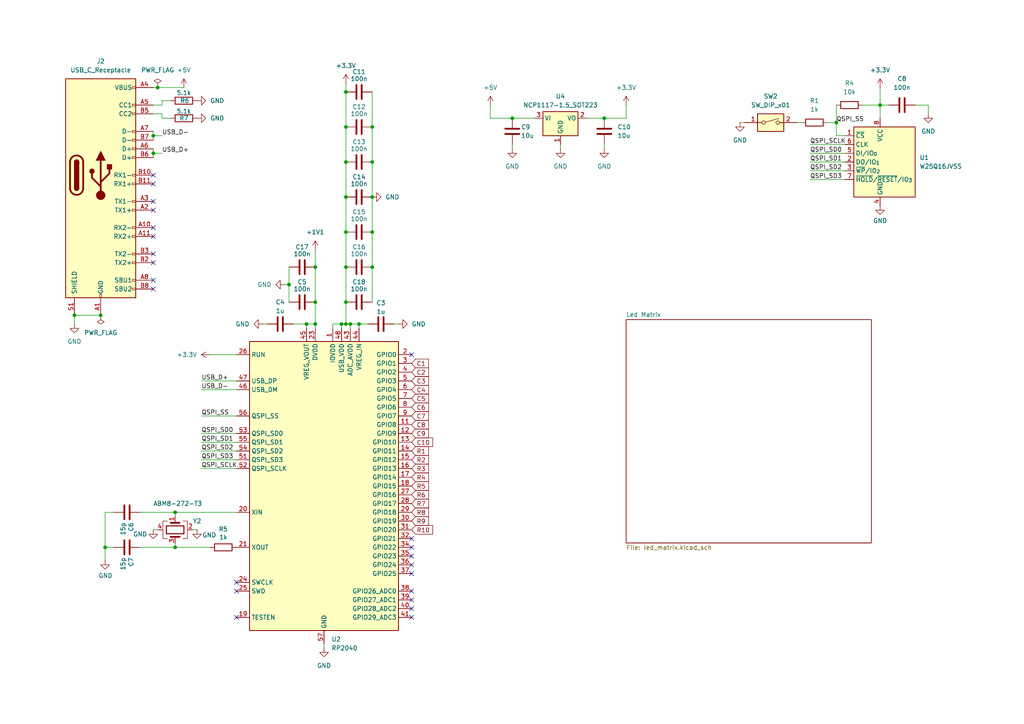
<source format=kicad_sch>
(kicad_sch (version 20250114) (generator "eeschema") (generator_version "9.0")
  (paper "A4")
  (lib_symbols
    (symbol "Connector:USB_C_Receptacle" (pin_names (offset 1.016))
      (property "Reference" "J" (at -10.16 29.21 0))
      (property "Value" "USB_C_Receptacle" (at 10.16 29.21 0))
      (symbol "USB_C_Receptacle_0_0"
        (rectangle (start -0.254 -35.56) (end 0.254 -34.544))
        (rectangle (start 10.16 25.654) (end 9.144 25.146))
        (rectangle (start 10.16 20.574) (end 9.144 20.066))
        (rectangle (start 10.16 18.034) (end 9.144 17.526))
        (rectangle (start 10.16 12.954) (end 9.144 12.446))
        (rectangle (start 10.16 10.414) (end 9.144 9.906))
        (rectangle (start 10.16 7.874) (end 9.144 7.366))
        (rectangle (start 10.16 5.334) (end 9.144 4.826))
        (rectangle (start 10.16 0.254) (end 9.144 -0.254))
        (rectangle (start 10.16 -2.286) (end 9.144 -2.794))
        (rectangle (start 10.16 -7.366) (end 9.144 -7.874))
        (rectangle (start 10.16 -9.906) (end 9.144 -10.414))
        (rectangle (start 10.16 -14.986) (end 9.144 -15.494))
        (rectangle (start 10.16 -17.526) (end 9.144 -18.034))
        (rectangle (start 10.16 -22.606) (end 9.144 -23.114))
        (rectangle (start 10.16 -25.146) (end 9.144 -25.654))
        (rectangle (start 10.16 -30.226) (end 9.144 -30.734))
        (rectangle (start 10.16 -32.766) (end 9.144 -33.274))
      )
      (symbol "USB_C_Receptacle_0_1"
        (rectangle (start -10.16 27.94) (end 10.16 -35.56) (stroke (width 0.254)) (fill (type background)))
        (polyline (pts (xy -8.89 -3.81) (xy -8.89 3.81)) (stroke (width 0.508)))
        (rectangle (start -7.62 -3.81) (end -6.35 3.81) (stroke (width 0.254)) (fill (type outline)))
        (arc (start -7.62 3.81) (mid -6.985 4.4423) (end -6.35 3.81) (stroke (width 0.254)))
        (arc (start -7.62 3.81) (mid -6.985 4.4423) (end -6.35 3.81) (stroke (width 0.254)) (fill (type outline)))
        (arc (start -8.89 3.81) (mid -6.985 5.7067) (end -5.08 3.81) (stroke (width 0.508)))
        (arc (start -5.08 -3.81) (mid -6.985 -5.7067) (end -8.89 -3.81) (stroke (width 0.508)))
        (arc (start -6.35 -3.81) (mid -6.985 -4.4423) (end -7.62 -3.81) (stroke (width 0.254)))
        (arc (start -6.35 -3.81) (mid -6.985 -4.4423) (end -7.62 -3.81) (stroke (width 0.254)) (fill (type outline)))
        (polyline (pts (xy -5.08 3.81) (xy -5.08 -3.81)) (stroke (width 0.508)))
      )
      (symbol "USB_C_Receptacle_1_1"
        (circle (center -2.54 1.143) (radius 0.635) (stroke (width 0.254)) (fill (type outline)))
        (polyline (pts (xy -1.27 4.318) (xy 0 6.858) (xy 1.27 4.318) (xy -1.27 4.318)) (stroke (width 0.254)) (fill (type outline)))
        (polyline (pts (xy 0 -2.032) (xy 2.54 0.508) (xy 2.54 1.778)) (stroke (width 0.508)))
        (polyline (pts (xy 0 -3.302) (xy -2.54 -0.762) (xy -2.54 0.508)) (stroke (width 0.508)))
        (polyline (pts (xy 0 -5.842) (xy 0 4.318)) (stroke (width 0.508)))
        (circle (center 0 -5.842) (radius 1.27) (fill (type outline)))
        (rectangle (start 1.905 1.778) (end 3.175 3.048) (stroke (width 0.254)) (fill (type outline)))
        (pin passive line (at -7.62 -40.64 90) (length 5.08) (name "SHIELD") (number "S1"))
        (pin passive line (at 0 -40.64 90) (length 5.08) (name "GND") (number "A1"))
        (pin passive line (at 0 -40.64 90) (length 5.08) (hide yes) (name "GND") (number "A12"))
        (pin passive line (at 0 -40.64 90) (length 5.08) (hide yes) (name "GND") (number "B1"))
        (pin passive line (at 0 -40.64 90) (length 5.08) (hide yes) (name "GND") (number "B12"))
        (pin passive line (at 15.24 25.4 180) (length 5.08) (name "VBUS") (number "A4"))
        (pin passive line (at 15.24 25.4 180) (length 5.08) (hide yes) (name "VBUS") (number "A9"))
        (pin passive line (at 15.24 25.4 180) (length 5.08) (hide yes) (name "VBUS") (number "B4"))
        (pin passive line (at 15.24 25.4 180) (length 5.08) (hide yes) (name "VBUS") (number "B9"))
        (pin bidirectional line (at 15.24 20.32 180) (length 5.08) (name "CC1") (number "A5"))
        (pin bidirectional line (at 15.24 17.78 180) (length 5.08) (name "CC2") (number "B5"))
        (pin bidirectional line (at 15.24 12.7 180) (length 5.08) (name "D-") (number "A7"))
        (pin bidirectional line (at 15.24 10.16 180) (length 5.08) (name "D-") (number "B7"))
        (pin bidirectional line (at 15.24 7.62 180) (length 5.08) (name "D+") (number "A6"))
        (pin bidirectional line (at 15.24 5.08 180) (length 5.08) (name "D+") (number "B6"))
        (pin bidirectional line (at 15.24 0 180) (length 5.08) (name "RX1-") (number "B10"))
        (pin bidirectional line (at 15.24 -2.54 180) (length 5.08) (name "RX1+") (number "B11"))
        (pin bidirectional line (at 15.24 -7.62 180) (length 5.08) (name "TX1-") (number "A3"))
        (pin bidirectional line (at 15.24 -10.16 180) (length 5.08) (name "TX1+") (number "A2"))
        (pin bidirectional line (at 15.24 -15.24 180) (length 5.08) (name "RX2-") (number "A10"))
        (pin bidirectional line (at 15.24 -17.78 180) (length 5.08) (name "RX2+") (number "A11"))
        (pin bidirectional line (at 15.24 -22.86 180) (length 5.08) (name "TX2-") (number "B3"))
        (pin bidirectional line (at 15.24 -25.4 180) (length 5.08) (name "TX2+") (number "B2"))
        (pin bidirectional line (at 15.24 -30.48 180) (length 5.08) (name "SBU1") (number "A8"))
        (pin bidirectional line (at 15.24 -33.02 180) (length 5.08) (name "SBU2") (number "B8"))
      )
    )
    (symbol "Device:C" (pin_numbers (hide yes)) (pin_names (offset 0.254))
      (property "Reference" "C" (at 0.635 2.54 0))
      (property "Value" "C" (at 0.635 -2.54 0))
      (symbol "C_0_1"
        (polyline (pts (xy -2.032 0.762) (xy 2.032 0.762)) (stroke (width 0.508)))
        (polyline (pts (xy -2.032 -0.762) (xy 2.032 -0.762)) (stroke (width 0.508)))
      )
      (symbol "C_1_1"
        (pin passive line (at 0 3.81 270) (length 2.794) (name "~") (number "1"))
        (pin passive line (at 0 -3.81 90) (length 2.794) (name "~") (number "2"))
      )
    )
    (symbol "Device:Crystal_GND24" (pin_names (offset 1.016) (hide yes))
      (property "Reference" "Y" (at 3.175 5.08 0))
      (property "Value" "Crystal_GND24" (at 3.175 3.175 0))
      (symbol "Crystal_GND24_0_1"
        (polyline (pts (xy -2.54 2.286) (xy -2.54 3.556) (xy 2.54 3.556) (xy 2.54 2.286)))
        (polyline (pts (xy -2.54 0) (xy -2.032 0)))
        (polyline (pts (xy -2.54 -2.286) (xy -2.54 -3.556) (xy 2.54 -3.556) (xy 2.54 -2.286)))
        (polyline (pts (xy -2.032 -1.27) (xy -2.032 1.27)) (stroke (width 0.508)))
        (rectangle (start -1.143 2.54) (end 1.143 -2.54) (stroke (width 0.3048)))
        (polyline (pts (xy 0 3.556) (xy 0 3.81)))
        (polyline (pts (xy 0 -3.81) (xy 0 -3.556)))
        (polyline (pts (xy 2.032 0) (xy 2.54 0)))
        (polyline (pts (xy 2.032 -1.27) (xy 2.032 1.27)) (stroke (width 0.508)))
      )
      (symbol "Crystal_GND24_1_1"
        (pin passive line (at -3.81 0 0) (length 1.27) (name "1") (number "1"))
        (pin passive line (at 0 5.08 270) (length 1.27) (name "2") (number "2"))
        (pin passive line (at 0 -5.08 90) (length 1.27) (name "4") (number "4"))
        (pin passive line (at 3.81 0 180) (length 1.27) (name "3") (number "3"))
      )
    )
    (symbol "Device:R" (pin_numbers (hide yes)) (pin_names (offset 0))
      (property "Reference" "R" (at 2.032 0 90))
      (property "Value" "R" (at 0 0 90))
      (symbol "R_0_1"
        (rectangle (start -1.016 -2.54) (end 1.016 2.54) (stroke (width 0.254)))
      )
      (symbol "R_1_1"
        (pin passive line (at 0 3.81 270) (length 1.27) (name "~") (number "1"))
        (pin passive line (at 0 -3.81 90) (length 1.27) (name "~") (number "2"))
      )
    )
    (symbol "MCU_RaspberryPi:RP2040"
      (property "Reference" "U" (at 17.78 45.72 0))
      (property "Value" "RP2040" (at 17.78 43.18 0))
      (symbol "RP2040_0_1"
        (rectangle (start -21.59 41.91) (end 21.59 -41.91) (stroke (width 0.254)) (fill (type background)))
      )
      (symbol "RP2040_1_1"
        (pin input line (at -25.4 38.1 0) (length 3.81) (name "RUN") (number "26"))
        (pin bidirectional line (at -25.4 30.48 0) (length 3.81) (name "USB_DP") (number "47"))
        (pin bidirectional line (at -25.4 27.94 0) (length 3.81) (name "USB_DM") (number "46"))
        (pin bidirectional line (at -25.4 20.32 0) (length 3.81) (name "QSPI_SS") (number "56"))
        (pin bidirectional line (at -25.4 15.24 0) (length 3.81) (name "QSPI_SD0") (number "53"))
        (pin bidirectional line (at -25.4 12.7 0) (length 3.81) (name "QSPI_SD1") (number "55"))
        (pin bidirectional line (at -25.4 10.16 0) (length 3.81) (name "QSPI_SD2") (number "54"))
        (pin bidirectional line (at -25.4 7.62 0) (length 3.81) (name "QSPI_SD3") (number "51"))
        (pin output line (at -25.4 5.08 0) (length 3.81) (name "QSPI_SCLK") (number "52"))
        (pin input line (at -25.4 -7.62 0) (length 3.81) (name "XIN") (number "20"))
        (pin passive line (at -25.4 -17.78 0) (length 3.81) (name "XOUT") (number "21"))
        (pin input line (at -25.4 -27.94 0) (length 3.81) (name "SWCLK") (number "24"))
        (pin bidirectional line (at -25.4 -30.48 0) (length 3.81) (name "SWD") (number "25"))
        (pin input line (at -25.4 -38.1 0) (length 3.81) (name "TESTEN") (number "19"))
        (pin power_out line (at -5.08 45.72 270) (length 3.81) (name "VREG_VOUT") (number "45"))
        (pin power_in line (at -2.54 45.72 270) (length 3.81) (name "DVDD") (number "23"))
        (pin passive line (at -2.54 45.72 270) (length 3.81) (hide yes) (name "DVDD") (number "50"))
        (pin power_in line (at 0 -45.72 90) (length 3.81) (name "GND") (number "57"))
        (pin power_in line (at 2.54 45.72 270) (length 3.81) (name "IOVDD") (number "1"))
        (pin passive line (at 2.54 45.72 270) (length 3.81) (hide yes) (name "IOVDD") (number "10"))
        (pin passive line (at 2.54 45.72 270) (length 3.81) (hide yes) (name "IOVDD") (number "22"))
        (pin passive line (at 2.54 45.72 270) (length 3.81) (hide yes) (name "IOVDD") (number "33"))
        (pin passive line (at 2.54 45.72 270) (length 3.81) (hide yes) (name "IOVDD") (number "42"))
        (pin passive line (at 2.54 45.72 270) (length 3.81) (hide yes) (name "IOVDD") (number "49"))
        (pin power_in line (at 5.08 45.72 270) (length 3.81) (name "USB_VDD") (number "48"))
        (pin power_in line (at 7.62 45.72 270) (length 3.81) (name "ADC_AVDD") (number "43"))
        (pin power_in line (at 10.16 45.72 270) (length 3.81) (name "VREG_IN") (number "44"))
        (pin bidirectional line (at 25.4 38.1 180) (length 3.81) (name "GPIO0") (number "2"))
        (pin bidirectional line (at 25.4 35.56 180) (length 3.81) (name "GPIO1") (number "3"))
        (pin bidirectional line (at 25.4 33.02 180) (length 3.81) (name "GPIO2") (number "4"))
        (pin bidirectional line (at 25.4 30.48 180) (length 3.81) (name "GPIO3") (number "5"))
        (pin bidirectional line (at 25.4 27.94 180) (length 3.81) (name "GPIO4") (number "6"))
        (pin bidirectional line (at 25.4 25.4 180) (length 3.81) (name "GPIO5") (number "7"))
        (pin bidirectional line (at 25.4 22.86 180) (length 3.81) (name "GPIO6") (number "8"))
        (pin bidirectional line (at 25.4 20.32 180) (length 3.81) (name "GPIO7") (number "9"))
        (pin bidirectional line (at 25.4 17.78 180) (length 3.81) (name "GPIO8") (number "11"))
        (pin bidirectional line (at 25.4 15.24 180) (length 3.81) (name "GPIO9") (number "12"))
        (pin bidirectional line (at 25.4 12.7 180) (length 3.81) (name "GPIO10") (number "13"))
        (pin bidirectional line (at 25.4 10.16 180) (length 3.81) (name "GPIO11") (number "14"))
        (pin bidirectional line (at 25.4 7.62 180) (length 3.81) (name "GPIO12") (number "15"))
        (pin bidirectional line (at 25.4 5.08 180) (length 3.81) (name "GPIO13") (number "16"))
        (pin bidirectional line (at 25.4 2.54 180) (length 3.81) (name "GPIO14") (number "17"))
        (pin bidirectional line (at 25.4 0 180) (length 3.81) (name "GPIO15") (number "18"))
        (pin bidirectional line (at 25.4 -2.54 180) (length 3.81) (name "GPIO16") (number "27"))
        (pin bidirectional line (at 25.4 -5.08 180) (length 3.81) (name "GPIO17") (number "28"))
        (pin bidirectional line (at 25.4 -7.62 180) (length 3.81) (name "GPIO18") (number "29"))
        (pin bidirectional line (at 25.4 -10.16 180) (length 3.81) (name "GPIO19") (number "30"))
        (pin bidirectional line (at 25.4 -12.7 180) (length 3.81) (name "GPIO20") (number "31"))
        (pin bidirectional line (at 25.4 -15.24 180) (length 3.81) (name "GPIO21") (number "32"))
        (pin bidirectional line (at 25.4 -17.78 180) (length 3.81) (name "GPIO22") (number "34"))
        (pin bidirectional line (at 25.4 -20.32 180) (length 3.81) (name "GPIO23") (number "35"))
        (pin bidirectional line (at 25.4 -22.86 180) (length 3.81) (name "GPIO24") (number "36"))
        (pin bidirectional line (at 25.4 -25.4 180) (length 3.81) (name "GPIO25") (number "37"))
        (pin bidirectional line (at 25.4 -30.48 180) (length 3.81) (name "GPIO26_ADC0") (number "38"))
        (pin bidirectional line (at 25.4 -33.02 180) (length 3.81) (name "GPIO27_ADC1") (number "39"))
        (pin bidirectional line (at 25.4 -35.56 180) (length 3.81) (name "GPIO28_ADC2") (number "40"))
        (pin bidirectional line (at 25.4 -38.1 180) (length 3.81) (name "GPIO29_ADC3") (number "41"))
      )
    )
    (symbol "Memory_Flash:W25Q16JVSS"
      (property "Reference" "U" (at -6.35 11.43 0))
      (property "Value" "W25Q16JVSS" (at 7.62 11.43 0))
      (symbol "W25Q16JVSS_0_1"
        (rectangle (start -7.62 10.16) (end 10.16 -10.16) (stroke (width 0.254)) (fill (type background)))
      )
      (symbol "W25Q16JVSS_1_1"
        (pin input line (at -10.16 7.62 0) (length 2.54) (name "~{CS}") (number "1"))
        (pin input line (at -10.16 5.08 0) (length 2.54) (name "CLK") (number "6"))
        (pin bidirectional line (at -10.16 2.54 0) (length 2.54) (name "DI/IO_{0}") (number "5"))
        (pin bidirectional line (at -10.16 0 0) (length 2.54) (name "DO/IO_{1}") (number "2"))
        (pin bidirectional line (at -10.16 -2.54 0) (length 2.54) (name "~{WP}/IO_{2}") (number "3"))
        (pin bidirectional line (at -10.16 -5.08 0) (length 2.54) (name "~{HOLD}/~{RESET}/IO_{3}") (number "7"))
        (pin power_in line (at 0 12.7 270) (length 2.54) (name "VCC") (number "8"))
        (pin power_in line (at 0 -12.7 90) (length 2.54) (name "GND") (number "4"))
      )
    )
    (symbol "Regulator_Linear:NCP1117-1.5_SOT223"
      (property "Reference" "U" (at -3.81 3.175 0))
      (property "Value" "NCP1117-1.5_SOT223" (at 0 3.175 0))
      (symbol "NCP1117-1.5_SOT223_0_1"
        (rectangle (start -5.08 -5.08) (end 5.08 1.905) (stroke (width 0.254)) (fill (type background)))
      )
      (symbol "NCP1117-1.5_SOT223_1_1"
        (pin power_in line (at -7.62 0 0) (length 2.54) (name "VI") (number "3"))
        (pin power_in line (at 0 -7.62 90) (length 2.54) (name "GND") (number "1"))
        (pin power_out line (at 7.62 0 180) (length 2.54) (name "VO") (number "2"))
      )
    )
    (symbol "Switch:SW_DIP_x01" (pin_names (offset 0) (hide yes))
      (property "Reference" "SW" (at 0 3.81 0))
      (property "Value" "SW_DIP_x01" (at 0 -3.81 0))
      (symbol "SW_DIP_x01_0_0"
        (circle (center -2.032 0) (radius 0.508))
        (polyline (pts (xy -1.524 0.127) (xy 2.3622 1.1684)))
        (circle (center 2.032 0) (radius 0.508))
      )
      (symbol "SW_DIP_x01_0_1"
        (rectangle (start -3.81 2.54) (end 3.81 -2.54) (stroke (width 0.254)) (fill (type background)))
      )
      (symbol "SW_DIP_x01_1_1"
        (pin passive line (at -7.62 0 0) (length 5.08) (name "~") (number "1"))
        (pin passive line (at 7.62 0 180) (length 5.08) (name "~") (number "2"))
      )
    )
    (symbol "power:+1V1" (power) (pin_numbers (hide yes)) (pin_names (offset 0) (hide yes))
      (property "Value" "+1V1" (at 0 3.556 0))
      (symbol "+1V1_0_1"
        (polyline (pts (xy -0.762 1.27) (xy 0 2.54)))
        (polyline (pts (xy 0 2.54) (xy 0.762 1.27)))
        (polyline (pts (xy 0 0) (xy 0 2.54)))
      )
      (symbol "+1V1_1_1"
        (pin power_in line (at 0 0 90) (length 0) (name "~") (number "1"))
      )
    )
    (symbol "power:+3.3V" (power) (pin_numbers (hide yes)) (pin_names (offset 0) (hide yes))
      (property "Value" "+3.3V" (at 0 3.556 0))
      (symbol "+3.3V_0_1"
        (polyline (pts (xy -0.762 1.27) (xy 0 2.54)))
        (polyline (pts (xy 0 2.54) (xy 0.762 1.27)))
        (polyline (pts (xy 0 0) (xy 0 2.54)))
      )
      (symbol "+3.3V_1_1"
        (pin power_in line (at 0 0 90) (length 0) (name "~") (number "1"))
      )
    )
    (symbol "power:+5V" (power) (pin_numbers (hide yes)) (pin_names (offset 0) (hide yes))
      (property "Value" "+5V" (at 0 3.556 0))
      (symbol "+5V_0_1"
        (polyline (pts (xy -0.762 1.27) (xy 0 2.54)))
        (polyline (pts (xy 0 2.54) (xy 0.762 1.27)))
        (polyline (pts (xy 0 0) (xy 0 2.54)))
      )
      (symbol "+5V_1_1"
        (pin power_in line (at 0 0 90) (length 0) (name "~") (number "1"))
      )
    )
    (symbol "power:GND" (power) (pin_numbers (hide yes)) (pin_names (offset 0) (hide yes))
      (property "Value" "GND" (at 0 -3.81 0))
      (symbol "GND_0_1"
        (polyline (pts (xy 0 0) (xy 0 -1.27) (xy 1.27 -1.27) (xy 0 -2.54) (xy -1.27 -1.27) (xy 0 -1.27)))
      )
      (symbol "GND_1_1"
        (pin power_in line (at 0 0 270) (length 0) (name "~") (number "1"))
      )
    )
    (symbol "power:PWR_FLAG" (power) (pin_numbers (hide yes)) (pin_names (offset 0) (hide yes))
      (property "Value" "PWR_FLAG" (at 0 3.81 0))
      (symbol "PWR_FLAG_0_0"
        (pin power_out line (at 0 0 90) (length 0) (name "~") (number "1"))
      )
      (symbol "PWR_FLAG_0_1"
        (polyline (pts (xy 0 0) (xy 0 1.27) (xy -1.016 1.905) (xy 0 2.54) (xy 1.016 1.905) (xy 0 1.27)))
      )
    )
  )
  (junction (at 83.82 82.55))
  (junction (at 148.59 34.29))
  (junction (at 101.6 93.98))
  (junction (at 100.33 87.63))
  (junction (at 50.8 148.59))
  (junction (at 91.44 93.98))
  (junction (at 91.44 77.47))
  (junction (at 100.33 57.15))
  (junction (at 45.72 25.4))
  (junction (at 100.33 67.31))
  (junction (at 88.9 93.98))
  (junction (at 100.33 26.67))
  (junction (at 107.95 36.83))
  (junction (at 107.95 57.15))
  (junction (at 91.44 87.63))
  (junction (at 99.06 93.98))
  (junction (at 100.33 93.98))
  (junction (at 175.26 34.29))
  (junction (at 242.57 35.56))
  (junction (at 255.27 30.48))
  (junction (at 44.45 44.45))
  (junction (at 44.45 39.37))
  (junction (at 30.48 158.75))
  (junction (at 100.33 46.99))
  (junction (at 21.59 91.44))
  (junction (at 107.95 77.47))
  (junction (at 107.95 46.99))
  (junction (at 100.33 36.83))
  (junction (at 104.14 93.98))
  (junction (at 50.8 158.75))
  (junction (at 29.21 91.44))
  (junction (at 107.95 67.31))
  (junction (at 100.33 77.47))
  (no_connect (at 44.45 76.2))
  (no_connect (at 119.38 173.99))
  (no_connect (at 44.45 53.34))
  (no_connect (at 119.38 171.45))
  (no_connect (at 68.58 171.45))
  (no_connect (at 119.38 179.07))
  (no_connect (at 68.58 179.07))
  (no_connect (at 119.38 102.87))
  (no_connect (at 119.38 158.75))
  (no_connect (at 68.58 168.91))
  (no_connect (at 44.45 58.42))
  (no_connect (at 119.38 163.83))
  (no_connect (at 44.45 50.8))
  (no_connect (at 119.38 156.21))
  (no_connect (at 44.45 81.28))
  (no_connect (at 119.38 176.53))
  (no_connect (at 44.45 73.66))
  (no_connect (at 44.45 60.96))
  (no_connect (at 44.45 68.58))
  (no_connect (at 119.38 166.37))
  (no_connect (at 44.45 83.82))
  (no_connect (at 119.38 161.29))
  (no_connect (at 44.45 66.04))
  (wire (pts (xy 58.42 113.03) (xy 68.58 113.03)))
  (wire (pts (xy 44.45 38.1) (xy 44.45 39.37)))
  (wire (pts (xy 255.27 30.48) (xy 257.81 30.48)))
  (wire (pts (xy 100.33 87.63) (xy 100.33 93.98)))
  (wire (pts (xy 234.95 52.07) (xy 245.11 52.07)))
  (wire (pts (xy 21.59 91.44) (xy 21.59 93.98)))
  (wire (pts (xy 44.45 30.48) (xy 46.99 30.48)))
  (wire (pts (xy 58.42 120.65) (xy 68.58 120.65)))
  (wire (pts (xy 40.64 158.75) (xy 50.8 158.75)))
  (wire (pts (xy 55.88 153.67) (xy 57.15 153.67)))
  (wire (pts (xy 107.95 87.63) (xy 107.95 77.47)))
  (wire (pts (xy 175.26 41.91) (xy 175.26 43.18)))
  (wire (pts (xy 30.48 148.59) (xy 30.48 158.75)))
  (wire (pts (xy 250.19 30.48) (xy 255.27 30.48)))
  (wire (pts (xy 107.95 77.47) (xy 107.95 67.31)))
  (wire (pts (xy 96.52 93.98) (xy 96.52 95.25)))
  (wire (pts (xy 148.59 41.91) (xy 148.59 43.18)))
  (wire (pts (xy 148.59 34.29) (xy 154.94 34.29)))
  (wire (pts (xy 30.48 158.75) (xy 30.48 162.56)))
  (wire (pts (xy 104.14 93.98) (xy 104.14 95.25)))
  (wire (pts (xy 85.09 93.98) (xy 88.9 93.98)))
  (wire (pts (xy 175.26 34.29) (xy 181.61 34.29)))
  (wire (pts (xy 100.33 57.15) (xy 100.33 67.31)))
  (wire (pts (xy 234.95 44.45) (xy 245.11 44.45)))
  (wire (pts (xy 40.64 148.59) (xy 50.8 148.59)))
  (wire (pts (xy 83.82 87.63) (xy 83.82 82.55)))
  (wire (pts (xy 162.56 41.91) (xy 162.56 43.18)))
  (wire (pts (xy 58.42 135.89) (xy 68.58 135.89)))
  (wire (pts (xy 232.41 35.56) (xy 231.14 35.56)))
  (wire (pts (xy 91.44 87.63) (xy 91.44 93.98)))
  (wire (pts (xy 46.99 29.21) (xy 49.53 29.21)))
  (wire (pts (xy 60.96 102.87) (xy 68.58 102.87)))
  (wire (pts (xy 101.6 93.98) (xy 101.6 95.25)))
  (wire (pts (xy 50.8 158.75) (xy 60.96 158.75)))
  (wire (pts (xy 100.33 93.98) (xy 101.6 93.98)))
  (wire (pts (xy 58.42 128.27) (xy 68.58 128.27)))
  (wire (pts (xy 240.03 35.56) (xy 242.57 35.56)))
  (wire (pts (xy 45.72 25.4) (xy 53.34 25.4)))
  (wire (pts (xy 82.55 82.55) (xy 83.82 82.55)))
  (wire (pts (xy 46.99 44.45) (xy 44.45 44.45)))
  (wire (pts (xy 50.8 157.48) (xy 50.8 158.75)))
  (wire (pts (xy 107.95 46.99) (xy 107.95 57.15)))
  (wire (pts (xy 33.02 148.59) (xy 30.48 148.59)))
  (wire (pts (xy 269.24 30.48) (xy 269.24 33.02)))
  (wire (pts (xy 100.33 24.13) (xy 100.33 26.67)))
  (wire (pts (xy 21.59 91.44) (xy 29.21 91.44)))
  (wire (pts (xy 100.33 36.83) (xy 100.33 46.99)))
  (wire (pts (xy 44.45 44.45) (xy 44.45 45.72)))
  (wire (pts (xy 58.42 133.35) (xy 68.58 133.35)))
  (wire (pts (xy 99.06 93.98) (xy 99.06 95.25)))
  (wire (pts (xy 107.95 26.67) (xy 107.95 36.83)))
  (wire (pts (xy 88.9 93.98) (xy 91.44 93.98)))
  (wire (pts (xy 88.9 95.25) (xy 88.9 93.98)))
  (wire (pts (xy 242.57 35.56) (xy 242.57 39.37)))
  (wire (pts (xy 58.42 130.81) (xy 68.58 130.81)))
  (wire (pts (xy 96.52 93.98) (xy 99.06 93.98)))
  (wire (pts (xy 265.43 30.48) (xy 269.24 30.48)))
  (wire (pts (xy 107.95 36.83) (xy 107.95 46.99)))
  (wire (pts (xy 44.45 44.45) (xy 44.45 43.18)))
  (wire (pts (xy 170.18 34.29) (xy 175.26 34.29)))
  (wire (pts (xy 93.98 186.69) (xy 93.98 187.96)))
  (wire (pts (xy 44.45 153.67) (xy 45.72 153.67)))
  (wire (pts (xy 100.33 46.99) (xy 100.33 57.15)))
  (wire (pts (xy 44.45 33.02) (xy 46.99 33.02)))
  (wire (pts (xy 104.14 93.98) (xy 106.68 93.98)))
  (wire (pts (xy 101.6 93.98) (xy 104.14 93.98)))
  (wire (pts (xy 242.57 30.48) (xy 242.57 35.56)))
  (wire (pts (xy 91.44 77.47) (xy 91.44 87.63)))
  (wire (pts (xy 45.72 25.4) (xy 44.45 25.4)))
  (wire (pts (xy 50.8 148.59) (xy 68.58 148.59)))
  (wire (pts (xy 107.95 67.31) (xy 107.95 57.15)))
  (wire (pts (xy 91.44 93.98) (xy 91.44 95.25)))
  (wire (pts (xy 215.9 35.56) (xy 214.63 35.56)))
  (wire (pts (xy 234.95 49.53) (xy 245.11 49.53)))
  (wire (pts (xy 255.27 30.48) (xy 255.27 34.29)))
  (wire (pts (xy 44.45 40.64) (xy 44.45 39.37)))
  (wire (pts (xy 58.42 125.73) (xy 68.58 125.73)))
  (wire (pts (xy 115.57 93.98) (xy 114.3 93.98)))
  (wire (pts (xy 181.61 30.48) (xy 181.61 34.29)))
  (wire (pts (xy 234.95 46.99) (xy 245.11 46.99)))
  (wire (pts (xy 91.44 72.39) (xy 91.44 77.47)))
  (wire (pts (xy 242.57 39.37) (xy 245.11 39.37)))
  (wire (pts (xy 46.99 34.29) (xy 49.53 34.29)))
  (wire (pts (xy 99.06 93.98) (xy 100.33 93.98)))
  (wire (pts (xy 234.95 41.91) (xy 245.11 41.91)))
  (wire (pts (xy 33.02 158.75) (xy 30.48 158.75)))
  (wire (pts (xy 255.27 25.4) (xy 255.27 30.48)))
  (wire (pts (xy 46.99 33.02) (xy 46.99 34.29)))
  (wire (pts (xy 142.24 34.29) (xy 148.59 34.29)))
  (wire (pts (xy 100.33 26.67) (xy 100.33 36.83)))
  (wire (pts (xy 100.33 77.47) (xy 100.33 87.63)))
  (wire (pts (xy 142.24 30.48) (xy 142.24 34.29)))
  (wire (pts (xy 58.42 110.49) (xy 68.58 110.49)))
  (wire (pts (xy 50.8 149.86) (xy 50.8 148.59)))
  (wire (pts (xy 100.33 67.31) (xy 100.33 77.47)))
  (wire (pts (xy 44.45 39.37) (xy 46.99 39.37)))
  (wire (pts (xy 76.2 93.98) (xy 77.47 93.98)))
  (wire (pts (xy 46.99 30.48) (xy 46.99 29.21)))
  (wire (pts (xy 83.82 77.47) (xy 83.82 82.55)))
  (label "USB_D-" (at 58.42 113.03 0))
  (label "QSPI_SD2" (at 58.42 130.81 0))
  (label "QSPI_SCLK" (at 234.95 41.91 0))
  (label "QSPI_SS" (at 242.57 35.56 0))
  (label "QSPI_SD2" (at 234.95 49.53 0))
  (label "QSPI_SCLK" (at 58.42 135.89 0))
  (label "QSPI_SD3" (at 234.95 52.07 0))
  (label "QSPI_SD1" (at 58.42 128.27 0))
  (label "QSPI_SS" (at 58.42 120.65 0))
  (label "QSPI_SD1" (at 234.95 46.99 0))
  (label "USB_D+" (at 46.99 44.45 0))
  (label "USB_D-" (at 46.99 39.37 0))
  (label "QSPI_SD0" (at 58.42 125.73 0))
  (label "USB_D+" (at 58.42 110.49 0))
  (label "QSPI_SD3" (at 58.42 133.35 0))
  (label "QSPI_SD0" (at 234.95 44.45 0))
  (global_label "R9" (shape input) (at 119.38 151.13 0) (property "Intersheetrefs" "${INTERSHEET_REFS}" (effects (hide yes))))
  (global_label "C8" (shape input) (at 119.38 123.19 0) (property "Intersheetrefs" "${INTERSHEET_REFS}" (effects (hide yes))))
  (global_label "R8" (shape input) (at 119.38 148.59 0) (property "Intersheetrefs" "${INTERSHEET_REFS}" (effects (hide yes))))
  (global_label "C5" (shape input) (at 119.38 115.57 0) (property "Intersheetrefs" "${INTERSHEET_REFS}" (effects (hide yes))))
  (global_label "C7" (shape input) (at 119.38 120.65 0) (property "Intersheetrefs" "${INTERSHEET_REFS}" (effects (hide yes))))
  (global_label "R4" (shape input) (at 119.38 138.43 0) (property "Intersheetrefs" "${INTERSHEET_REFS}" (effects (hide yes))))
  (global_label "R5" (shape input) (at 119.38 140.97 0) (property "Intersheetrefs" "${INTERSHEET_REFS}" (effects (hide yes))))
  (global_label "C3" (shape input) (at 119.38 110.49 0) (property "Intersheetrefs" "${INTERSHEET_REFS}" (effects (hide yes))))
  (global_label "C6" (shape input) (at 119.38 118.11 0) (property "Intersheetrefs" "${INTERSHEET_REFS}" (effects (hide yes))))
  (global_label "R1" (shape input) (at 119.38 130.81 0) (property "Intersheetrefs" "${INTERSHEET_REFS}" (effects (hide yes))))
  (global_label "C4" (shape input) (at 119.38 113.03 0) (property "Intersheetrefs" "${INTERSHEET_REFS}" (effects (hide yes))))
  (global_label "R2" (shape input) (at 119.38 133.35 0) (property "Intersheetrefs" "${INTERSHEET_REFS}" (effects (hide yes))))
  (global_label "R7" (shape input) (at 119.38 146.05 0) (property "Intersheetrefs" "${INTERSHEET_REFS}" (effects (hide yes))))
  (global_label "C1" (shape input) (at 119.38 105.41 0) (property "Intersheetrefs" "${INTERSHEET_REFS}" (effects (hide yes))))
  (global_label "R10" (shape input) (at 119.38 153.67 0) (property "Intersheetrefs" "${INTERSHEET_REFS}" (effects (hide yes))))
  (global_label "C10" (shape input) (at 119.38 128.27 0) (property "Intersheetrefs" "${INTERSHEET_REFS}" (effects (hide yes))))
  (global_label "R3" (shape input) (at 119.38 135.89 0) (property "Intersheetrefs" "${INTERSHEET_REFS}" (effects (hide yes))))
  (global_label "C2" (shape input) (at 119.38 107.95 0) (property "Intersheetrefs" "${INTERSHEET_REFS}" (effects (hide yes))))
  (global_label "C9" (shape input) (at 119.38 125.73 0) (property "Intersheetrefs" "${INTERSHEET_REFS}" (effects (hide yes))))
  (global_label "R6" (shape input) (at 119.38 143.51 0) (property "Intersheetrefs" "${INTERSHEET_REFS}" (effects (hide yes))))
  (symbol (lib_id "power:GND") (at 93.98 187.96 0) (unit 1)
    (property "Reference" "#PWR05" (effects (hide yes)))
    (property "Value" "GND" (at 93.98 193.04 0))
    (property "Description" "Power symbol creates a global label with name \"GND\" , ground" (effects (hide yes)))
  )
  (symbol (lib_id "Device:C") (at 175.26 38.1 0) (unit 1)
    (property "Reference" "C10" (at 179.07 36.8299 0) (effects (justify left)))
    (property "Value" "10u" (at 179.07 39.3699 0) (effects (justify left)))
    (property "Footprint" "Capacitor_SMD:C_0603_1608Metric" (effects (hide yes)))
    (property "Description" "Unpolarized capacitor" (effects (hide yes)))
  )
  (symbol (lib_id "Device:C") (at 36.83 148.59 270) (unit 1)
    (property "Reference" "C6" (at 37.9984 151.511 0) (effects (justify left)))
    (property "Value" "15p" (at 35.687 151.511 0) (effects (justify left)))
    (property "Footprint" "Capacitor_SMD:C_0603_1608Metric" (effects (hide yes)))
  )
  (symbol (lib_id "power:GND") (at 214.63 35.56 0) (unit 1)
    (property "Reference" "#PWR016" (effects (hide yes)))
    (property "Value" "GND" (at 214.63 40.64 0))
    (property "Description" "Power symbol creates a global label with name \"GND\" , ground" (effects (hide yes)))
  )
  (symbol (lib_id "Device:C") (at 104.14 87.63 90) (unit 1)
    (property "Reference" "C18" (at 104.14 81.788 90))
    (property "Value" "100n" (at 104.14 83.82 90))
    (property "Footprint" "Capacitor_SMD:C_0603_1608Metric" (effects (hide yes)))
    (property "Description" "Unpolarized capacitor" (effects (hide yes)))
  )
  (symbol (lib_id "power:+3.3V") (at 181.61 30.48 0) (unit 1)
    (property "Reference" "#PWR025" (effects (hide yes)))
    (property "Value" "+3.3V" (at 181.61 25.4 0))
    (property "Description" "Power symbol creates a global label with name \"+3.3V\"" (effects (hide yes)))
  )
  (symbol (lib_id "Device:C") (at 104.14 67.31 90) (unit 1)
    (property "Reference" "C15" (at 104.14 61.468 90))
    (property "Value" "100n" (at 104.14 63.5 90))
    (property "Footprint" "Capacitor_SMD:C_0603_1608Metric" (effects (hide yes)))
    (property "Description" "Unpolarized capacitor" (effects (hide yes)))
  )
  (symbol (lib_id "Device:C") (at 104.14 26.67 90) (unit 1)
    (property "Reference" "C11" (at 104.14 20.828 90))
    (property "Value" "100n" (at 104.14 22.86 90))
    (property "Footprint" "Capacitor_SMD:C_0603_1608Metric" (effects (hide yes)))
    (property "Description" "Unpolarized capacitor" (effects (hide yes)))
  )
  (symbol (lib_id "Memory_Flash:W25Q16JVSS") (at 255.27 46.99 0) (unit 1)
    (property "Reference" "U1" (at 266.7 45.7199 0) (effects (justify left)))
    (property "Value" "W25Q16JVSS" (at 266.7 48.2599 0) (effects (justify left)))
    (property "Footprint" "Package_SO:SOIC-8_5.3x5.3mm_P1.27mm" (effects (hide yes)))
    (property "Datasheet" "https://www.winbond.com/hq/support/documentation/levelOne.jsp?__locale=en&DocNo=DA00-W25Q16JV.1" (effects (hide yes)))
    (property "Description" "16Mbit / 2MiB Serial Flash Memory, Standard/Dual/Quad SPI, 2.7-3.6V, SOIC-8 (208 mil)" (effects (hide yes)))
  )
  (symbol (lib_id "power:+5V") (at 53.34 25.4 0) (unit 1)
    (property "Reference" "#PWR02" (effects (hide yes)))
    (property "Value" "+5V" (at 53.34 20.32 0))
    (property "Description" "Power symbol creates a global label with name \"+5V\"" (effects (hide yes)))
  )
  (symbol (lib_id "Device:R") (at 53.34 34.29 90) (unit 1)
    (property "Reference" "R7" (at 53.34 34.29 90))
    (property "Value" "5.1k" (at 53.34 32.258 90))
    (property "Footprint" "Resistor_SMD:R_0603_1608Metric" (effects (hide yes)))
    (property "Description" "Resistor" (effects (hide yes)))
  )
  (symbol (lib_id "power:GND") (at 175.26 43.18 0) (unit 1)
    (property "Reference" "#PWR022" (effects (hide yes)))
    (property "Value" "GND" (at 175.26 48.26 0))
    (property "Description" "Power symbol creates a global label with name \"GND\" , ground" (effects (hide yes)))
  )
  (symbol (lib_id "Device:Crystal_GND24") (at 50.8 153.67 270) (unit 1)
    (property "Reference" "Y2" (at 55.88 151.13 90) (effects (justify left)))
    (property "Value" "ABM8-272-T3" (at 44.45 146.05 90) (effects (justify left)))
    (property "Footprint" "Crystal:Crystal_SMD_3225-4Pin_3.2x2.5mm" (effects (hide yes)))
  )
  (symbol (lib_id "Device:C") (at 104.14 77.47 90) (unit 1)
    (property "Reference" "C16" (at 104.14 71.628 90))
    (property "Value" "100n" (at 104.14 73.66 90))
    (property "Footprint" "Capacitor_SMD:C_0603_1608Metric" (effects (hide yes)))
    (property "Description" "Unpolarized capacitor" (effects (hide yes)))
  )
  (symbol (lib_id "power:GND") (at 82.55 82.55 270) (unit 1)
    (property "Reference" "#PWR06" (effects (hide yes)))
    (property "Value" "GND" (at 78.74 82.5499 90) (effects (justify right)))
    (property "Description" "Power symbol creates a global label with name \"GND\" , ground" (effects (hide yes)))
  )
  (symbol (lib_id "Device:C") (at 104.14 57.15 90) (unit 1)
    (property "Reference" "C14" (at 104.14 51.308 90))
    (property "Value" "100n" (at 104.14 53.34 90))
    (property "Footprint" "Capacitor_SMD:C_0603_1608Metric" (effects (hide yes)))
    (property "Description" "Unpolarized capacitor" (effects (hide yes)))
  )
  (symbol (lib_id "Device:R") (at 236.22 35.56 90) (unit 1)
    (property "Reference" "R1" (at 236.22 29.21 90))
    (property "Value" "1k" (at 236.22 31.75 90))
    (property "Footprint" "Resistor_SMD:R_0603_1608Metric" (effects (hide yes)))
    (property "Description" "Resistor" (effects (hide yes)))
  )
  (symbol (lib_id "Device:C") (at 104.14 36.83 90) (unit 1)
    (property "Reference" "C12" (at 104.14 30.988 90))
    (property "Value" "100n" (at 104.14 33.02 90))
    (property "Footprint" "Capacitor_SMD:C_0603_1608Metric" (effects (hide yes)))
    (property "Description" "Unpolarized capacitor" (effects (hide yes)))
  )
  (symbol (lib_id "power:GND") (at 30.48 162.56 0) (unit 1)
    (property "Reference" "#PWR013" (effects (hide yes)))
    (property "Value" "GND" (at 30.607 166.9542 0))
  )
  (symbol (lib_id "Device:C") (at 87.63 87.63 90) (unit 1)
    (property "Reference" "C5" (at 87.63 81.788 90))
    (property "Value" "100n" (at 87.63 83.82 90))
    (property "Footprint" "Capacitor_SMD:C_0603_1608Metric" (effects (hide yes)))
    (property "Description" "Unpolarized capacitor" (effects (hide yes)))
  )
  (symbol (lib_id "Device:R") (at 53.34 29.21 90) (unit 1)
    (property "Reference" "R6" (at 53.594 29.21 90))
    (property "Value" "5.1k" (at 53.34 26.924 90))
    (property "Footprint" "Resistor_SMD:R_0603_1608Metric" (effects (hide yes)))
    (property "Description" "Resistor" (effects (hide yes)))
  )
  (symbol (lib_id "power:+1V1") (at 91.44 72.39 0) (unit 1)
    (property "Reference" "#PWR08" (effects (hide yes)))
    (property "Value" "+1V1" (at 91.44 67.31 0))
    (property "Description" "Power symbol creates a global label with name \"+1V1\"" (effects (hide yes)))
  )
  (symbol (lib_id "power:GND") (at 255.27 59.69 0) (unit 1)
    (property "Reference" "#PWR014" (effects (hide yes)))
    (property "Value" "GND" (at 255.27 64.008 0))
    (property "Description" "Power symbol creates a global label with name \"GND\" , ground" (effects (hide yes)))
  )
  (symbol (lib_id "power:GND") (at 57.15 29.21 90) (unit 1)
    (property "Reference" "#PWR019" (effects (hide yes)))
    (property "Value" "GND" (at 60.96 29.2099 90) (effects (justify right)))
    (property "Description" "Power symbol creates a global label with name \"GND\" , ground" (effects (hide yes)))
  )
  (symbol (lib_id "power:GND") (at 57.15 34.29 90) (unit 1)
    (property "Reference" "#PWR018" (effects (hide yes)))
    (property "Value" "GND" (at 60.96 34.2899 90) (effects (justify right)))
    (property "Description" "Power symbol creates a global label with name \"GND\" , ground" (effects (hide yes)))
  )
  (symbol (lib_id "Device:C") (at 261.62 30.48 270) (unit 1)
    (property "Reference" "C8" (at 261.62 22.86 90))
    (property "Value" "100n" (at 261.62 25.4 90))
    (property "Footprint" "Capacitor_SMD:C_0603_1608Metric" (effects (hide yes)))
    (property "Description" "Unpolarized capacitor" (effects (hide yes)))
  )
  (symbol (lib_id "Device:C") (at 81.28 93.98 90) (unit 1)
    (property "Reference" "C4" (at 81.28 87.63 90))
    (property "Value" "1u" (at 81.28 90.17 90))
    (property "Footprint" "Capacitor_SMD:C_0603_1608Metric" (effects (hide yes)))
    (property "Description" "Unpolarized capacitor" (effects (hide yes)))
  )
  (symbol (lib_id "power:GND") (at 44.45 153.67 0) (unit 1)
    (property "Reference" "#PWR026" (effects (hide yes)))
    (property "Value" "GND" (at 40.64 154.94 0))
  )
  (symbol (lib_id "Switch:SW_DIP_x01") (at 223.52 35.56 0) (unit 1)
    (property "Reference" "SW2" (at 223.52 27.94 0))
    (property "Value" "SW_DIP_x01" (at 223.52 30.48 0))
    (property "Footprint" "Button_Switch_SMD:SW_DIP_SPSTx01_Slide_6.7x4.1mm_W6.73mm_P2.54mm_LowProfile_JPin" (effects (hide yes)))
    (property "Description" "1x DIP Switch, Single Pole Single Throw (SPST) switch, small symbol" (effects (hide yes)))
  )
  (symbol (lib_id "power:+5V") (at 142.24 30.48 0) (unit 1)
    (property "Reference" "#PWR024" (effects (hide yes)))
    (property "Value" "+5V" (at 142.24 25.4 0))
    (property "Description" "Power symbol creates a global label with name \"+5V\"" (effects (hide yes)))
  )
  (symbol (lib_id "power:PWR_FLAG") (at 45.72 25.4 0) (unit 1)
    (property "Reference" "#FLG01" (effects (hide yes)))
    (property "Value" "PWR_FLAG" (at 45.72 20.32 0))
    (property "Description" "Special symbol for telling ERC where power comes from" (effects (hide yes)))
  )
  (symbol (lib_id "Device:R") (at 64.77 158.75 270) (unit 1)
    (property "Reference" "R5" (at 64.77 153.4922 90))
    (property "Value" "1k" (at 64.77 155.8036 90))
    (property "Footprint" "Resistor_SMD:R_0603_1608Metric" (effects (hide yes)))
  )
  (symbol (lib_id "Device:R") (at 246.38 30.48 90) (unit 1)
    (property "Reference" "R4" (at 246.38 24.13 90))
    (property "Value" "10k" (at 246.38 26.67 90))
    (property "Footprint" "Resistor_SMD:R_0603_1608Metric" (effects (hide yes)))
    (property "Description" "Resistor" (effects (hide yes)))
  )
  (symbol (lib_id "power:GND") (at 148.59 43.18 0) (unit 1)
    (property "Reference" "#PWR023" (effects (hide yes)))
    (property "Value" "GND" (at 148.59 48.26 0))
    (property "Description" "Power symbol creates a global label with name \"GND\" , ground" (effects (hide yes)))
  )
  (symbol (lib_id "Device:C") (at 110.49 93.98 90) (unit 1)
    (property "Reference" "C3" (at 110.49 87.884 90))
    (property "Value" "1u" (at 110.49 90.424 90))
    (property "Footprint" "Capacitor_SMD:C_0603_1608Metric" (effects (hide yes)))
    (property "Description" "Unpolarized capacitor" (effects (hide yes)))
  )
  (symbol (lib_id "power:GND") (at 269.24 33.02 0) (unit 1)
    (property "Reference" "#PWR015" (effects (hide yes)))
    (property "Value" "GND" (at 269.24 38.1 0))
    (property "Description" "Power symbol creates a global label with name \"GND\" , ground" (effects (hide yes)))
  )
  (symbol (lib_id "power:GND") (at 115.57 93.98 90) (unit 1)
    (property "Reference" "#PWR09" (effects (hide yes)))
    (property "Value" "GND" (at 119.38 93.9799 90) (effects (justify right)))
    (property "Description" "Power symbol creates a global label with name \"GND\" , ground" (effects (hide yes)))
  )
  (symbol (lib_id "Device:C") (at 87.63 77.47 90) (unit 1)
    (property "Reference" "C17" (at 87.63 71.628 90))
    (property "Value" "100n" (at 87.63 73.66 90))
    (property "Footprint" "Capacitor_SMD:C_0603_1608Metric" (effects (hide yes)))
    (property "Description" "Unpolarized capacitor" (effects (hide yes)))
  )
  (symbol (lib_id "power:+3.3V") (at 60.96 102.87 90) (unit 1)
    (property "Reference" "#PWR011" (effects (hide yes)))
    (property "Value" "+3.3V" (at 57.15 102.8699 90) (effects (justify left)))
    (property "Description" "Power symbol creates a global label with name \"+3.3V\"" (effects (hide yes)))
  )
  (symbol (lib_id "power:+3.3V") (at 255.27 25.4 0) (unit 1)
    (property "Reference" "#PWR03" (effects (hide yes)))
    (property "Value" "+3.3V" (at 255.27 20.32 0))
    (property "Description" "Power symbol creates a global label with name \"+3.3V\"" (effects (hide yes)))
  )
  (symbol (lib_id "power:+3.3V") (at 100.33 24.13 0) (unit 1)
    (property "Reference" "#PWR07" (effects (hide yes)))
    (property "Value" "+3.3V" (at 100.33 19.05 0))
    (property "Description" "Power symbol creates a global label with name \"+3.3V\"" (effects (hide yes)))
  )
  (symbol (lib_id "power:GND") (at 76.2 93.98 270) (unit 1)
    (property "Reference" "#PWR010" (effects (hide yes)))
    (property "Value" "GND" (at 72.39 93.9799 90) (effects (justify right)))
    (property "Description" "Power symbol creates a global label with name \"GND\" , ground" (effects (hide yes)))
  )
  (symbol (lib_id "Connector:USB_C_Receptacle") (at 29.21 50.8 0) (unit 1)
    (property "Reference" "J2" (at 29.21 17.78 0))
    (property "Value" "USB_C_Receptacle" (at 29.21 20.32 0))
    (property "Footprint" "Connector_USB:USB_C_Receptacle_GCT_USB4110" (effects (hide yes)))
    (property "Datasheet" "https://www.usb.org/sites/default/files/documents/usb_type-c.zip" (effects (hide yes)))
    (property "Description" "USB Full-Featured Type-C Receptacle connector" (effects (hide yes)))
  )
  (symbol (lib_id "Device:C") (at 104.14 46.99 90) (unit 1)
    (property "Reference" "C13" (at 104.14 41.148 90))
    (property "Value" "100n" (at 104.14 43.18 90))
    (property "Footprint" "Capacitor_SMD:C_0603_1608Metric" (effects (hide yes)))
    (property "Description" "Unpolarized capacitor" (effects (hide yes)))
  )
  (symbol (lib_id "power:GND") (at 162.56 43.18 0) (unit 1)
    (property "Reference" "#PWR021" (effects (hide yes)))
    (property "Value" "GND" (at 162.56 48.26 0))
    (property "Description" "Power symbol creates a global label with name \"GND\" , ground" (effects (hide yes)))
  )
  (symbol (lib_id "MCU_RaspberryPi:RP2040") (at 93.98 140.97 0) (unit 1)
    (property "Reference" "U2" (at 96.1233 185.42 0) (effects (justify left)))
    (property "Value" "RP2040" (at 96.1233 187.96 0) (effects (justify left)))
    (property "Footprint" "Package_DFN_QFN:QFN-56-1EP_7x7mm_P0.4mm_EP3.2x3.2mm" (effects (hide yes)))
    (property "Datasheet" "https://datasheets.raspberrypi.com/rp2040/rp2040-datasheet.pdf" (effects (hide yes)))
    (property "Description" "A microcontroller by Raspberry Pi" (effects (hide yes)))
  )
  (symbol (lib_id "power:PWR_FLAG") (at 29.21 91.44 180) (unit 1)
    (property "Reference" "#FLG02" (effects (hide yes)))
    (property "Value" "PWR_FLAG" (at 29.21 96.52 0))
    (property "Description" "Special symbol for telling ERC where power comes from" (effects (hide yes)))
  )
  (symbol (lib_id "power:GND") (at 107.95 57.15 90) (unit 1)
    (property "Reference" "#PWR01" (effects (hide yes)))
    (property "Value" "GND" (at 111.76 57.1499 90) (effects (justify right)))
    (property "Description" "Power symbol creates a global label with name \"GND\" , ground" (effects (hide yes)))
  )
  (symbol (lib_id "power:GND") (at 21.59 93.98 0) (unit 1)
    (property "Reference" "#PWR017" (effects (hide yes)))
    (property "Value" "GND" (at 21.59 99.06 0))
    (property "Description" "Power symbol creates a global label with name \"GND\" , ground" (effects (hide yes)))
  )
  (symbol (lib_id "Device:C") (at 36.83 158.75 270) (unit 1)
    (property "Reference" "C7" (at 37.9984 161.671 0) (effects (justify left)))
    (property "Value" "15p" (at 35.687 161.671 0) (effects (justify left)))
    (property "Footprint" "Capacitor_SMD:C_0603_1608Metric" (effects (hide yes)))
  )
  (symbol (lib_id "Regulator_Linear:NCP1117-1.5_SOT223") (at 162.56 34.29 0) (unit 1)
    (property "Reference" "U4" (at 162.56 27.94 0))
    (property "Value" "NCP1117-1.5_SOT223" (at 162.56 30.48 0))
    (property "Footprint" "Package_TO_SOT_SMD:SOT-223-3_TabPin2" (effects (hide yes)))
    (property "Datasheet" "http://www.onsemi.com/pub_link/Collateral/NCP1117-D.PDF" (effects (hide yes)))
    (property "Description" "1A Low drop-out regulator, Fixed Output 1.5V, SOT-223" (effects (hide yes)))
  )
  (symbol (lib_id "power:GND") (at 57.15 153.67 0) (unit 1)
    (property "Reference" "#PWR027" (effects (hide yes)))
    (property "Value" "GND" (at 60.706 155.194 0))
  )
  (symbol (lib_id "Device:C") (at 148.59 38.1 0) (unit 1)
    (property "Reference" "C9" (at 151.13 36.83 0) (effects (justify left)))
    (property "Value" "10u" (at 151.13 39.37 0) (effects (justify left)))
    (property "Footprint" "Capacitor_SMD:C_0603_1608Metric" (effects (hide yes)))
    (property "Description" "Unpolarized capacitor" (effects (hide yes)))
  )
  (sheet (at 181.61 92.71) (size 71.12 64.77) (stroke (width 0.1524))
    (property "Sheetname" "Led Matrix" (at 181.61 91.9984 0) (effects (justify left bottom)))
    (property "Sheetfile" "led_matrix.kicad_sch" (at 181.61 158.0646 0) (effects (justify left top)))
  )
)
</source>
